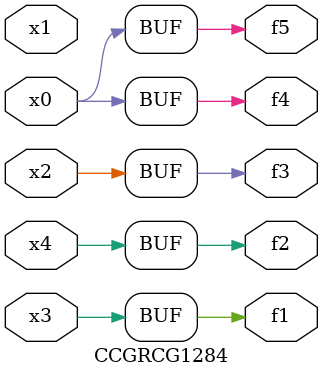
<source format=v>
module CCGRCG1284(
	input x0, x1, x2, x3, x4,
	output f1, f2, f3, f4, f5
);
	assign f1 = x3;
	assign f2 = x4;
	assign f3 = x2;
	assign f4 = x0;
	assign f5 = x0;
endmodule

</source>
